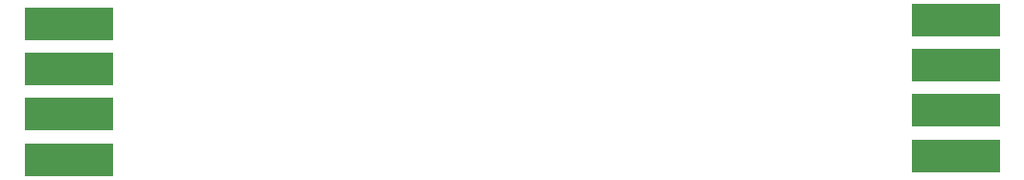
<source format=gbp>
G04 #@! TF.GenerationSoftware,KiCad,Pcbnew,5.0.1*
G04 #@! TF.CreationDate,2018-12-04T22:41:10-05:00*
G04 #@! TF.ProjectId,peripherals,7065726970686572616C732E6B696361,rev?*
G04 #@! TF.SameCoordinates,Original*
G04 #@! TF.FileFunction,Paste,Bot*
G04 #@! TF.FilePolarity,Positive*
%FSLAX46Y46*%
G04 Gerber Fmt 4.6, Leading zero omitted, Abs format (unit mm)*
G04 Created by KiCad (PCBNEW 5.0.1) date Tue 04 Dec 2018 10:41:10 PM EST*
%MOMM*%
%LPD*%
G01*
G04 APERTURE LIST*
%ADD10R,7.847600X2.847600*%
G04 APERTURE END LIST*
D10*
G04 #@! TO.C,J105*
X39350000Y-81250000D03*
X39350000Y-89250000D03*
X39350000Y-93250000D03*
X39350000Y-85250000D03*
G04 #@! TD*
G04 #@! TO.C,J106*
X117750000Y-84900000D03*
X117750000Y-92900000D03*
X117750000Y-88900000D03*
X117750000Y-80900000D03*
G04 #@! TD*
M02*

</source>
